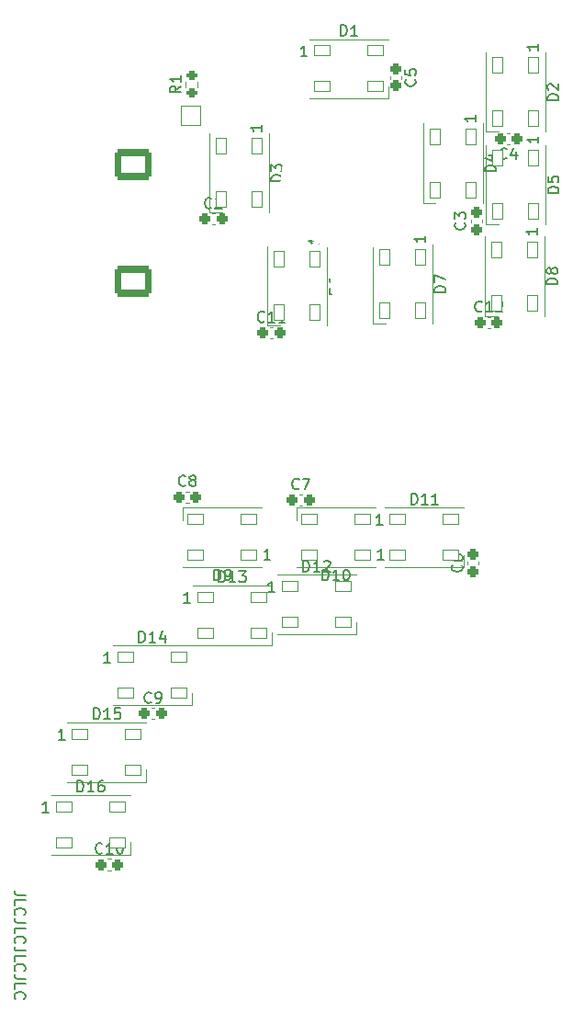
<source format=gbr>
%TF.GenerationSoftware,KiCad,Pcbnew,(6.0.9)*%
%TF.CreationDate,2022-12-26T21:16:00-09:00*%
%TF.ProjectId,PCB_ OBOGS PANEL,5043422c-204f-4424-9f47-532050414e45,rev?*%
%TF.SameCoordinates,Original*%
%TF.FileFunction,Legend,Top*%
%TF.FilePolarity,Positive*%
%FSLAX46Y46*%
G04 Gerber Fmt 4.6, Leading zero omitted, Abs format (unit mm)*
G04 Created by KiCad (PCBNEW (6.0.9)) date 2022-12-26 21:16:00*
%MOMM*%
%LPD*%
G01*
G04 APERTURE LIST*
G04 Aperture macros list*
%AMRoundRect*
0 Rectangle with rounded corners*
0 $1 Rounding radius*
0 $2 $3 $4 $5 $6 $7 $8 $9 X,Y pos of 4 corners*
0 Add a 4 corners polygon primitive as box body*
4,1,4,$2,$3,$4,$5,$6,$7,$8,$9,$2,$3,0*
0 Add four circle primitives for the rounded corners*
1,1,$1+$1,$2,$3*
1,1,$1+$1,$4,$5*
1,1,$1+$1,$6,$7*
1,1,$1+$1,$8,$9*
0 Add four rect primitives between the rounded corners*
20,1,$1+$1,$2,$3,$4,$5,0*
20,1,$1+$1,$4,$5,$6,$7,0*
20,1,$1+$1,$6,$7,$8,$9,0*
20,1,$1+$1,$8,$9,$2,$3,0*%
G04 Aperture macros list end*
%ADD10C,0.150000*%
%ADD11C,0.120000*%
%ADD12RoundRect,0.275000X-0.225000X-0.250000X0.225000X-0.250000X0.225000X0.250000X-0.225000X0.250000X0*%
%ADD13RoundRect,0.275000X0.250000X-0.225000X0.250000X0.225000X-0.250000X0.225000X-0.250000X-0.225000X0*%
%ADD14RoundRect,0.275000X0.225000X0.250000X-0.225000X0.250000X-0.225000X-0.250000X0.225000X-0.250000X0*%
%ADD15RoundRect,0.275000X-0.250000X0.225000X-0.250000X-0.225000X0.250000X-0.225000X0.250000X0.225000X0*%
%ADD16RoundRect,0.050000X-0.750000X-0.450000X0.750000X-0.450000X0.750000X0.450000X-0.750000X0.450000X0*%
%ADD17RoundRect,0.050000X-0.450000X0.750000X-0.450000X-0.750000X0.450000X-0.750000X0.450000X0.750000X0*%
%ADD18RoundRect,0.050000X0.750000X0.450000X-0.750000X0.450000X-0.750000X-0.450000X0.750000X-0.450000X0*%
%ADD19C,12.800000*%
%ADD20C,3.672000*%
%ADD21C,4.600000*%
%ADD22RoundRect,0.250000X0.275000X-0.200000X0.275000X0.200000X-0.275000X0.200000X-0.275000X-0.200000X0*%
%ADD23RoundRect,0.050000X-0.900000X-0.900000X0.900000X-0.900000X0.900000X0.900000X-0.900000X0.900000X0*%
%ADD24C,1.900000*%
%ADD25RoundRect,0.300001X1.399999X-1.099999X1.399999X1.099999X-1.399999X1.099999X-1.399999X-1.099999X0*%
%ADD26O,3.400000X2.800000*%
G04 APERTURE END LIST*
D10*
X160313619Y-120983952D02*
X159599333Y-120983952D01*
X159456476Y-120936333D01*
X159361238Y-120841095D01*
X159313619Y-120698238D01*
X159313619Y-120603000D01*
X159313619Y-121936333D02*
X159313619Y-121460142D01*
X160313619Y-121460142D01*
X159408857Y-122841095D02*
X159361238Y-122793476D01*
X159313619Y-122650619D01*
X159313619Y-122555380D01*
X159361238Y-122412523D01*
X159456476Y-122317285D01*
X159551714Y-122269666D01*
X159742190Y-122222047D01*
X159885047Y-122222047D01*
X160075523Y-122269666D01*
X160170761Y-122317285D01*
X160266000Y-122412523D01*
X160313619Y-122555380D01*
X160313619Y-122650619D01*
X160266000Y-122793476D01*
X160218380Y-122841095D01*
X160313619Y-123555380D02*
X159599333Y-123555380D01*
X159456476Y-123507761D01*
X159361238Y-123412523D01*
X159313619Y-123269666D01*
X159313619Y-123174428D01*
X159313619Y-124507761D02*
X159313619Y-124031571D01*
X160313619Y-124031571D01*
X159408857Y-125412523D02*
X159361238Y-125364904D01*
X159313619Y-125222047D01*
X159313619Y-125126809D01*
X159361238Y-124983952D01*
X159456476Y-124888714D01*
X159551714Y-124841095D01*
X159742190Y-124793476D01*
X159885047Y-124793476D01*
X160075523Y-124841095D01*
X160170761Y-124888714D01*
X160266000Y-124983952D01*
X160313619Y-125126809D01*
X160313619Y-125222047D01*
X160266000Y-125364904D01*
X160218380Y-125412523D01*
X160313619Y-126126809D02*
X159599333Y-126126809D01*
X159456476Y-126079190D01*
X159361238Y-125983952D01*
X159313619Y-125841095D01*
X159313619Y-125745857D01*
X159313619Y-127079190D02*
X159313619Y-126603000D01*
X160313619Y-126603000D01*
X159408857Y-127983952D02*
X159361238Y-127936333D01*
X159313619Y-127793476D01*
X159313619Y-127698238D01*
X159361238Y-127555380D01*
X159456476Y-127460142D01*
X159551714Y-127412523D01*
X159742190Y-127364904D01*
X159885047Y-127364904D01*
X160075523Y-127412523D01*
X160170761Y-127460142D01*
X160266000Y-127555380D01*
X160313619Y-127698238D01*
X160313619Y-127793476D01*
X160266000Y-127936333D01*
X160218380Y-127983952D01*
X160313619Y-128698238D02*
X159599333Y-128698238D01*
X159456476Y-128650619D01*
X159361238Y-128555380D01*
X159313619Y-128412523D01*
X159313619Y-128317285D01*
X159313619Y-129650619D02*
X159313619Y-129174428D01*
X160313619Y-129174428D01*
X159408857Y-130555380D02*
X159361238Y-130507761D01*
X159313619Y-130364904D01*
X159313619Y-130269666D01*
X159361238Y-130126809D01*
X159456476Y-130031571D01*
X159551714Y-129983952D01*
X159742190Y-129936333D01*
X159885047Y-129936333D01*
X160075523Y-129983952D01*
X160170761Y-130031571D01*
X160266000Y-130126809D01*
X160313619Y-130269666D01*
X160313619Y-130364904D01*
X160266000Y-130507761D01*
X160218380Y-130555380D01*
%TO.C,C2*%
X177493633Y-57674802D02*
X177446014Y-57722421D01*
X177303157Y-57770040D01*
X177207919Y-57770040D01*
X177065061Y-57722421D01*
X176969823Y-57627183D01*
X176922204Y-57531945D01*
X176874585Y-57341469D01*
X176874585Y-57198612D01*
X176922204Y-57008136D01*
X176969823Y-56912898D01*
X177065061Y-56817660D01*
X177207919Y-56770040D01*
X177303157Y-56770040D01*
X177446014Y-56817660D01*
X177493633Y-56865279D01*
X177874585Y-56865279D02*
X177922204Y-56817660D01*
X178017442Y-56770040D01*
X178255538Y-56770040D01*
X178350776Y-56817660D01*
X178398395Y-56865279D01*
X178446014Y-56960517D01*
X178446014Y-57055755D01*
X178398395Y-57198612D01*
X177826966Y-57770040D01*
X178446014Y-57770040D01*
%TO.C,C3*%
X200808882Y-59076586D02*
X200856501Y-59124205D01*
X200904120Y-59267062D01*
X200904120Y-59362300D01*
X200856501Y-59505158D01*
X200761263Y-59600396D01*
X200666025Y-59648015D01*
X200475549Y-59695634D01*
X200332692Y-59695634D01*
X200142216Y-59648015D01*
X200046978Y-59600396D01*
X199951740Y-59505158D01*
X199904120Y-59362300D01*
X199904120Y-59267062D01*
X199951740Y-59124205D01*
X199999359Y-59076586D01*
X199904120Y-58743253D02*
X199904120Y-58124205D01*
X200285073Y-58457539D01*
X200285073Y-58314681D01*
X200332692Y-58219443D01*
X200380311Y-58171824D01*
X200475549Y-58124205D01*
X200713644Y-58124205D01*
X200808882Y-58171824D01*
X200856501Y-58219443D01*
X200904120Y-58314681D01*
X200904120Y-58600396D01*
X200856501Y-58695634D01*
X200808882Y-58743253D01*
%TO.C,C4*%
X204694493Y-53102762D02*
X204646874Y-53150381D01*
X204504017Y-53198000D01*
X204408779Y-53198000D01*
X204265921Y-53150381D01*
X204170683Y-53055143D01*
X204123064Y-52959905D01*
X204075445Y-52769429D01*
X204075445Y-52626572D01*
X204123064Y-52436096D01*
X204170683Y-52340858D01*
X204265921Y-52245620D01*
X204408779Y-52198000D01*
X204504017Y-52198000D01*
X204646874Y-52245620D01*
X204694493Y-52293239D01*
X205551636Y-52531334D02*
X205551636Y-53198000D01*
X205313540Y-52150381D02*
X205075445Y-52864667D01*
X205694493Y-52864667D01*
%TO.C,C5*%
X196234302Y-45861566D02*
X196281921Y-45909185D01*
X196329540Y-46052042D01*
X196329540Y-46147280D01*
X196281921Y-46290138D01*
X196186683Y-46385376D01*
X196091445Y-46432995D01*
X195900969Y-46480614D01*
X195758112Y-46480614D01*
X195567636Y-46432995D01*
X195472398Y-46385376D01*
X195377160Y-46290138D01*
X195329540Y-46147280D01*
X195329540Y-46052042D01*
X195377160Y-45909185D01*
X195424779Y-45861566D01*
X195329540Y-44956804D02*
X195329540Y-45432995D01*
X195805731Y-45480614D01*
X195758112Y-45432995D01*
X195710493Y-45337757D01*
X195710493Y-45099661D01*
X195758112Y-45004423D01*
X195805731Y-44956804D01*
X195900969Y-44909185D01*
X196139064Y-44909185D01*
X196234302Y-44956804D01*
X196281921Y-45004423D01*
X196329540Y-45099661D01*
X196329540Y-45337757D01*
X196281921Y-45432995D01*
X196234302Y-45480614D01*
%TO.C,C6*%
X200529482Y-90593506D02*
X200577101Y-90641125D01*
X200624720Y-90783982D01*
X200624720Y-90879220D01*
X200577101Y-91022078D01*
X200481863Y-91117316D01*
X200386625Y-91164935D01*
X200196149Y-91212554D01*
X200053292Y-91212554D01*
X199862816Y-91164935D01*
X199767578Y-91117316D01*
X199672340Y-91022078D01*
X199624720Y-90879220D01*
X199624720Y-90783982D01*
X199672340Y-90641125D01*
X199719959Y-90593506D01*
X199624720Y-89736363D02*
X199624720Y-89926840D01*
X199672340Y-90022078D01*
X199719959Y-90069697D01*
X199862816Y-90164935D01*
X200053292Y-90212554D01*
X200434244Y-90212554D01*
X200529482Y-90164935D01*
X200577101Y-90117316D01*
X200624720Y-90022078D01*
X200624720Y-89831601D01*
X200577101Y-89736363D01*
X200529482Y-89688744D01*
X200434244Y-89641125D01*
X200196149Y-89641125D01*
X200100911Y-89688744D01*
X200053292Y-89736363D01*
X200005673Y-89831601D01*
X200005673Y-90022078D01*
X200053292Y-90117316D01*
X200100911Y-90164935D01*
X200196149Y-90212554D01*
%TO.C,C7*%
X185553053Y-83534542D02*
X185505434Y-83582161D01*
X185362577Y-83629780D01*
X185267339Y-83629780D01*
X185124481Y-83582161D01*
X185029243Y-83486923D01*
X184981624Y-83391685D01*
X184934005Y-83201209D01*
X184934005Y-83058352D01*
X184981624Y-82867876D01*
X185029243Y-82772638D01*
X185124481Y-82677400D01*
X185267339Y-82629780D01*
X185362577Y-82629780D01*
X185505434Y-82677400D01*
X185553053Y-82725019D01*
X185886386Y-82629780D02*
X186553053Y-82629780D01*
X186124481Y-83629780D01*
%TO.C,C8*%
X175072713Y-83250062D02*
X175025094Y-83297681D01*
X174882237Y-83345300D01*
X174786999Y-83345300D01*
X174644141Y-83297681D01*
X174548903Y-83202443D01*
X174501284Y-83107205D01*
X174453665Y-82916729D01*
X174453665Y-82773872D01*
X174501284Y-82583396D01*
X174548903Y-82488158D01*
X174644141Y-82392920D01*
X174786999Y-82345300D01*
X174882237Y-82345300D01*
X175025094Y-82392920D01*
X175072713Y-82440539D01*
X175644141Y-82773872D02*
X175548903Y-82726253D01*
X175501284Y-82678634D01*
X175453665Y-82583396D01*
X175453665Y-82535777D01*
X175501284Y-82440539D01*
X175548903Y-82392920D01*
X175644141Y-82345300D01*
X175834618Y-82345300D01*
X175929856Y-82392920D01*
X175977475Y-82440539D01*
X176025094Y-82535777D01*
X176025094Y-82583396D01*
X175977475Y-82678634D01*
X175929856Y-82726253D01*
X175834618Y-82773872D01*
X175644141Y-82773872D01*
X175548903Y-82821491D01*
X175501284Y-82869110D01*
X175453665Y-82964348D01*
X175453665Y-83154824D01*
X175501284Y-83250062D01*
X175548903Y-83297681D01*
X175644141Y-83345300D01*
X175834618Y-83345300D01*
X175929856Y-83297681D01*
X175977475Y-83250062D01*
X176025094Y-83154824D01*
X176025094Y-82964348D01*
X175977475Y-82869110D01*
X175929856Y-82821491D01*
X175834618Y-82773872D01*
%TO.C,C9*%
X171923113Y-103219542D02*
X171875494Y-103267161D01*
X171732637Y-103314780D01*
X171637399Y-103314780D01*
X171494541Y-103267161D01*
X171399303Y-103171923D01*
X171351684Y-103076685D01*
X171304065Y-102886209D01*
X171304065Y-102743352D01*
X171351684Y-102552876D01*
X171399303Y-102457638D01*
X171494541Y-102362400D01*
X171637399Y-102314780D01*
X171732637Y-102314780D01*
X171875494Y-102362400D01*
X171923113Y-102410019D01*
X172399303Y-103314780D02*
X172589780Y-103314780D01*
X172685018Y-103267161D01*
X172732637Y-103219542D01*
X172827875Y-103076685D01*
X172875494Y-102886209D01*
X172875494Y-102505257D01*
X172827875Y-102410019D01*
X172780256Y-102362400D01*
X172685018Y-102314780D01*
X172494541Y-102314780D01*
X172399303Y-102362400D01*
X172351684Y-102410019D01*
X172304065Y-102505257D01*
X172304065Y-102743352D01*
X172351684Y-102838590D01*
X172399303Y-102886209D01*
X172494541Y-102933828D01*
X172685018Y-102933828D01*
X172780256Y-102886209D01*
X172827875Y-102838590D01*
X172875494Y-102743352D01*
%TO.C,C10*%
X167400702Y-117115882D02*
X167353083Y-117163501D01*
X167210226Y-117211120D01*
X167114988Y-117211120D01*
X166972131Y-117163501D01*
X166876893Y-117068263D01*
X166829274Y-116973025D01*
X166781655Y-116782549D01*
X166781655Y-116639692D01*
X166829274Y-116449216D01*
X166876893Y-116353978D01*
X166972131Y-116258740D01*
X167114988Y-116211120D01*
X167210226Y-116211120D01*
X167353083Y-116258740D01*
X167400702Y-116306359D01*
X168353083Y-117211120D02*
X167781655Y-117211120D01*
X168067369Y-117211120D02*
X168067369Y-116211120D01*
X167972131Y-116353978D01*
X167876893Y-116449216D01*
X167781655Y-116496835D01*
X168972131Y-116211120D02*
X169067369Y-116211120D01*
X169162607Y-116258740D01*
X169210226Y-116306359D01*
X169257845Y-116401597D01*
X169305464Y-116592073D01*
X169305464Y-116830168D01*
X169257845Y-117020644D01*
X169210226Y-117115882D01*
X169162607Y-117163501D01*
X169067369Y-117211120D01*
X168972131Y-117211120D01*
X168876893Y-117163501D01*
X168829274Y-117115882D01*
X168781655Y-117020644D01*
X168734036Y-116830168D01*
X168734036Y-116592073D01*
X168781655Y-116401597D01*
X168829274Y-116306359D01*
X168876893Y-116258740D01*
X168972131Y-116211120D01*
%TO.C,D1*%
X189405904Y-41859580D02*
X189405904Y-40859580D01*
X189644000Y-40859580D01*
X189786857Y-40907200D01*
X189882095Y-41002438D01*
X189929714Y-41097676D01*
X189977333Y-41288152D01*
X189977333Y-41431009D01*
X189929714Y-41621485D01*
X189882095Y-41716723D01*
X189786857Y-41811961D01*
X189644000Y-41859580D01*
X189405904Y-41859580D01*
X190929714Y-41859580D02*
X190358285Y-41859580D01*
X190644000Y-41859580D02*
X190644000Y-40859580D01*
X190548761Y-41002438D01*
X190453523Y-41097676D01*
X190358285Y-41145295D01*
X186279714Y-43759580D02*
X185708285Y-43759580D01*
X185994000Y-43759580D02*
X185994000Y-42759580D01*
X185898761Y-42902438D01*
X185803523Y-42997676D01*
X185708285Y-43045295D01*
%TO.C,D2*%
X209464380Y-47790495D02*
X208464380Y-47790495D01*
X208464380Y-47552400D01*
X208512000Y-47409542D01*
X208607238Y-47314304D01*
X208702476Y-47266685D01*
X208892952Y-47219066D01*
X209035809Y-47219066D01*
X209226285Y-47266685D01*
X209321523Y-47314304D01*
X209416761Y-47409542D01*
X209464380Y-47552400D01*
X209464380Y-47790495D01*
X208559619Y-46838114D02*
X208512000Y-46790495D01*
X208464380Y-46695257D01*
X208464380Y-46457161D01*
X208512000Y-46361923D01*
X208559619Y-46314304D01*
X208654857Y-46266685D01*
X208750095Y-46266685D01*
X208892952Y-46314304D01*
X209464380Y-46885733D01*
X209464380Y-46266685D01*
X207564380Y-42616685D02*
X207564380Y-43188114D01*
X207564380Y-42902400D02*
X206564380Y-42902400D01*
X206707238Y-42997638D01*
X206802476Y-43092876D01*
X206850095Y-43188114D01*
%TO.C,D3*%
X183987380Y-55246495D02*
X182987380Y-55246495D01*
X182987380Y-55008400D01*
X183035000Y-54865542D01*
X183130238Y-54770304D01*
X183225476Y-54722685D01*
X183415952Y-54675066D01*
X183558809Y-54675066D01*
X183749285Y-54722685D01*
X183844523Y-54770304D01*
X183939761Y-54865542D01*
X183987380Y-55008400D01*
X183987380Y-55246495D01*
X182987380Y-54341733D02*
X182987380Y-53722685D01*
X183368333Y-54056019D01*
X183368333Y-53913161D01*
X183415952Y-53817923D01*
X183463571Y-53770304D01*
X183558809Y-53722685D01*
X183796904Y-53722685D01*
X183892142Y-53770304D01*
X183939761Y-53817923D01*
X183987380Y-53913161D01*
X183987380Y-54198876D01*
X183939761Y-54294114D01*
X183892142Y-54341733D01*
X182087380Y-50072685D02*
X182087380Y-50644114D01*
X182087380Y-50358400D02*
X181087380Y-50358400D01*
X181230238Y-50453638D01*
X181325476Y-50548876D01*
X181373095Y-50644114D01*
%TO.C,D4*%
X203698380Y-54332095D02*
X202698380Y-54332095D01*
X202698380Y-54094000D01*
X202746000Y-53951142D01*
X202841238Y-53855904D01*
X202936476Y-53808285D01*
X203126952Y-53760666D01*
X203269809Y-53760666D01*
X203460285Y-53808285D01*
X203555523Y-53855904D01*
X203650761Y-53951142D01*
X203698380Y-54094000D01*
X203698380Y-54332095D01*
X203031714Y-52903523D02*
X203698380Y-52903523D01*
X202650761Y-53141619D02*
X203365047Y-53379714D01*
X203365047Y-52760666D01*
X201798380Y-49158285D02*
X201798380Y-49729714D01*
X201798380Y-49444000D02*
X200798380Y-49444000D01*
X200941238Y-49539238D01*
X201036476Y-49634476D01*
X201084095Y-49729714D01*
%TO.C,D5*%
X209489380Y-56313295D02*
X208489380Y-56313295D01*
X208489380Y-56075200D01*
X208537000Y-55932342D01*
X208632238Y-55837104D01*
X208727476Y-55789485D01*
X208917952Y-55741866D01*
X209060809Y-55741866D01*
X209251285Y-55789485D01*
X209346523Y-55837104D01*
X209441761Y-55932342D01*
X209489380Y-56075200D01*
X209489380Y-56313295D01*
X208489380Y-54837104D02*
X208489380Y-55313295D01*
X208965571Y-55360914D01*
X208917952Y-55313295D01*
X208870333Y-55218057D01*
X208870333Y-54979961D01*
X208917952Y-54884723D01*
X208965571Y-54837104D01*
X209060809Y-54789485D01*
X209298904Y-54789485D01*
X209394142Y-54837104D01*
X209441761Y-54884723D01*
X209489380Y-54979961D01*
X209489380Y-55218057D01*
X209441761Y-55313295D01*
X209394142Y-55360914D01*
X207589380Y-51139485D02*
X207589380Y-51710914D01*
X207589380Y-51425200D02*
X206589380Y-51425200D01*
X206732238Y-51520438D01*
X206827476Y-51615676D01*
X206875095Y-51710914D01*
%TO.C,D6*%
X189347380Y-65621295D02*
X188347380Y-65621295D01*
X188347380Y-65383200D01*
X188395000Y-65240342D01*
X188490238Y-65145104D01*
X188585476Y-65097485D01*
X188775952Y-65049866D01*
X188918809Y-65049866D01*
X189109285Y-65097485D01*
X189204523Y-65145104D01*
X189299761Y-65240342D01*
X189347380Y-65383200D01*
X189347380Y-65621295D01*
X188347380Y-64192723D02*
X188347380Y-64383200D01*
X188395000Y-64478438D01*
X188442619Y-64526057D01*
X188585476Y-64621295D01*
X188775952Y-64668914D01*
X189156904Y-64668914D01*
X189252142Y-64621295D01*
X189299761Y-64573676D01*
X189347380Y-64478438D01*
X189347380Y-64287961D01*
X189299761Y-64192723D01*
X189252142Y-64145104D01*
X189156904Y-64097485D01*
X188918809Y-64097485D01*
X188823571Y-64145104D01*
X188775952Y-64192723D01*
X188728333Y-64287961D01*
X188728333Y-64478438D01*
X188775952Y-64573676D01*
X188823571Y-64621295D01*
X188918809Y-64668914D01*
X187447380Y-60447485D02*
X187447380Y-61018914D01*
X187447380Y-60733200D02*
X186447380Y-60733200D01*
X186590238Y-60828438D01*
X186685476Y-60923676D01*
X186733095Y-61018914D01*
%TO.C,D7*%
X199050380Y-65468895D02*
X198050380Y-65468895D01*
X198050380Y-65230800D01*
X198098000Y-65087942D01*
X198193238Y-64992704D01*
X198288476Y-64945085D01*
X198478952Y-64897466D01*
X198621809Y-64897466D01*
X198812285Y-64945085D01*
X198907523Y-64992704D01*
X199002761Y-65087942D01*
X199050380Y-65230800D01*
X199050380Y-65468895D01*
X198050380Y-64564133D02*
X198050380Y-63897466D01*
X199050380Y-64326038D01*
X197150380Y-60295085D02*
X197150380Y-60866514D01*
X197150380Y-60580800D02*
X196150380Y-60580800D01*
X196293238Y-60676038D01*
X196388476Y-60771276D01*
X196436095Y-60866514D01*
%TO.C,D8*%
X209387380Y-64746095D02*
X208387380Y-64746095D01*
X208387380Y-64508000D01*
X208435000Y-64365142D01*
X208530238Y-64269904D01*
X208625476Y-64222285D01*
X208815952Y-64174666D01*
X208958809Y-64174666D01*
X209149285Y-64222285D01*
X209244523Y-64269904D01*
X209339761Y-64365142D01*
X209387380Y-64508000D01*
X209387380Y-64746095D01*
X208815952Y-63603238D02*
X208768333Y-63698476D01*
X208720714Y-63746095D01*
X208625476Y-63793714D01*
X208577857Y-63793714D01*
X208482619Y-63746095D01*
X208435000Y-63698476D01*
X208387380Y-63603238D01*
X208387380Y-63412761D01*
X208435000Y-63317523D01*
X208482619Y-63269904D01*
X208577857Y-63222285D01*
X208625476Y-63222285D01*
X208720714Y-63269904D01*
X208768333Y-63317523D01*
X208815952Y-63412761D01*
X208815952Y-63603238D01*
X208863571Y-63698476D01*
X208911190Y-63746095D01*
X209006428Y-63793714D01*
X209196904Y-63793714D01*
X209292142Y-63746095D01*
X209339761Y-63698476D01*
X209387380Y-63603238D01*
X209387380Y-63412761D01*
X209339761Y-63317523D01*
X209292142Y-63269904D01*
X209196904Y-63222285D01*
X209006428Y-63222285D01*
X208911190Y-63269904D01*
X208863571Y-63317523D01*
X208815952Y-63412761D01*
X207487380Y-59572285D02*
X207487380Y-60143714D01*
X207487380Y-59858000D02*
X206487380Y-59858000D01*
X206630238Y-59953238D01*
X206725476Y-60048476D01*
X206773095Y-60143714D01*
%TO.C,D9*%
X177733904Y-92013980D02*
X177733904Y-91013980D01*
X177972000Y-91013980D01*
X178114857Y-91061600D01*
X178210095Y-91156838D01*
X178257714Y-91252076D01*
X178305333Y-91442552D01*
X178305333Y-91585409D01*
X178257714Y-91775885D01*
X178210095Y-91871123D01*
X178114857Y-91966361D01*
X177972000Y-92013980D01*
X177733904Y-92013980D01*
X178781523Y-92013980D02*
X178972000Y-92013980D01*
X179067238Y-91966361D01*
X179114857Y-91918742D01*
X179210095Y-91775885D01*
X179257714Y-91585409D01*
X179257714Y-91204457D01*
X179210095Y-91109219D01*
X179162476Y-91061600D01*
X179067238Y-91013980D01*
X178876761Y-91013980D01*
X178781523Y-91061600D01*
X178733904Y-91109219D01*
X178686285Y-91204457D01*
X178686285Y-91442552D01*
X178733904Y-91537790D01*
X178781523Y-91585409D01*
X178876761Y-91633028D01*
X179067238Y-91633028D01*
X179162476Y-91585409D01*
X179210095Y-91537790D01*
X179257714Y-91442552D01*
X182907714Y-90113980D02*
X182336285Y-90113980D01*
X182622000Y-90113980D02*
X182622000Y-89113980D01*
X182526761Y-89256838D01*
X182431523Y-89352076D01*
X182336285Y-89399695D01*
%TO.C,D10*%
X187722714Y-92013980D02*
X187722714Y-91013980D01*
X187960809Y-91013980D01*
X188103666Y-91061600D01*
X188198904Y-91156838D01*
X188246523Y-91252076D01*
X188294142Y-91442552D01*
X188294142Y-91585409D01*
X188246523Y-91775885D01*
X188198904Y-91871123D01*
X188103666Y-91966361D01*
X187960809Y-92013980D01*
X187722714Y-92013980D01*
X189246523Y-92013980D02*
X188675095Y-92013980D01*
X188960809Y-92013980D02*
X188960809Y-91013980D01*
X188865571Y-91156838D01*
X188770333Y-91252076D01*
X188675095Y-91299695D01*
X189865571Y-91013980D02*
X189960809Y-91013980D01*
X190056047Y-91061600D01*
X190103666Y-91109219D01*
X190151285Y-91204457D01*
X190198904Y-91394933D01*
X190198904Y-91633028D01*
X190151285Y-91823504D01*
X190103666Y-91918742D01*
X190056047Y-91966361D01*
X189960809Y-92013980D01*
X189865571Y-92013980D01*
X189770333Y-91966361D01*
X189722714Y-91918742D01*
X189675095Y-91823504D01*
X189627476Y-91633028D01*
X189627476Y-91394933D01*
X189675095Y-91204457D01*
X189722714Y-91109219D01*
X189770333Y-91061600D01*
X189865571Y-91013980D01*
X193372714Y-90113980D02*
X192801285Y-90113980D01*
X193087000Y-90113980D02*
X193087000Y-89113980D01*
X192991761Y-89256838D01*
X192896523Y-89352076D01*
X192801285Y-89399695D01*
%TO.C,D11*%
X195901714Y-85013980D02*
X195901714Y-84013980D01*
X196139809Y-84013980D01*
X196282666Y-84061600D01*
X196377904Y-84156838D01*
X196425523Y-84252076D01*
X196473142Y-84442552D01*
X196473142Y-84585409D01*
X196425523Y-84775885D01*
X196377904Y-84871123D01*
X196282666Y-84966361D01*
X196139809Y-85013980D01*
X195901714Y-85013980D01*
X197425523Y-85013980D02*
X196854095Y-85013980D01*
X197139809Y-85013980D02*
X197139809Y-84013980D01*
X197044571Y-84156838D01*
X196949333Y-84252076D01*
X196854095Y-84299695D01*
X198377904Y-85013980D02*
X197806476Y-85013980D01*
X198092190Y-85013980D02*
X198092190Y-84013980D01*
X197996952Y-84156838D01*
X197901714Y-84252076D01*
X197806476Y-84299695D01*
X193251714Y-86913980D02*
X192680285Y-86913980D01*
X192966000Y-86913980D02*
X192966000Y-85913980D01*
X192870761Y-86056838D01*
X192775523Y-86152076D01*
X192680285Y-86199695D01*
%TO.C,D13*%
X178171714Y-92176780D02*
X178171714Y-91176780D01*
X178409809Y-91176780D01*
X178552666Y-91224400D01*
X178647904Y-91319638D01*
X178695523Y-91414876D01*
X178743142Y-91605352D01*
X178743142Y-91748209D01*
X178695523Y-91938685D01*
X178647904Y-92033923D01*
X178552666Y-92129161D01*
X178409809Y-92176780D01*
X178171714Y-92176780D01*
X179695523Y-92176780D02*
X179124095Y-92176780D01*
X179409809Y-92176780D02*
X179409809Y-91176780D01*
X179314571Y-91319638D01*
X179219333Y-91414876D01*
X179124095Y-91462495D01*
X180028857Y-91176780D02*
X180647904Y-91176780D01*
X180314571Y-91557733D01*
X180457428Y-91557733D01*
X180552666Y-91605352D01*
X180600285Y-91652971D01*
X180647904Y-91748209D01*
X180647904Y-91986304D01*
X180600285Y-92081542D01*
X180552666Y-92129161D01*
X180457428Y-92176780D01*
X180171714Y-92176780D01*
X180076476Y-92129161D01*
X180028857Y-92081542D01*
X175521714Y-94076780D02*
X174950285Y-94076780D01*
X175236000Y-94076780D02*
X175236000Y-93076780D01*
X175140761Y-93219638D01*
X175045523Y-93314876D01*
X174950285Y-93362495D01*
%TO.C,D14*%
X170805714Y-97714380D02*
X170805714Y-96714380D01*
X171043809Y-96714380D01*
X171186666Y-96762000D01*
X171281904Y-96857238D01*
X171329523Y-96952476D01*
X171377142Y-97142952D01*
X171377142Y-97285809D01*
X171329523Y-97476285D01*
X171281904Y-97571523D01*
X171186666Y-97666761D01*
X171043809Y-97714380D01*
X170805714Y-97714380D01*
X172329523Y-97714380D02*
X171758095Y-97714380D01*
X172043809Y-97714380D02*
X172043809Y-96714380D01*
X171948571Y-96857238D01*
X171853333Y-96952476D01*
X171758095Y-97000095D01*
X173186666Y-97047714D02*
X173186666Y-97714380D01*
X172948571Y-96666761D02*
X172710476Y-97381047D01*
X173329523Y-97381047D01*
X168155714Y-99614380D02*
X167584285Y-99614380D01*
X167870000Y-99614380D02*
X167870000Y-98614380D01*
X167774761Y-98757238D01*
X167679523Y-98852476D01*
X167584285Y-98900095D01*
%TO.C,D15*%
X166617714Y-104775380D02*
X166617714Y-103775380D01*
X166855809Y-103775380D01*
X166998666Y-103823000D01*
X167093904Y-103918238D01*
X167141523Y-104013476D01*
X167189142Y-104203952D01*
X167189142Y-104346809D01*
X167141523Y-104537285D01*
X167093904Y-104632523D01*
X166998666Y-104727761D01*
X166855809Y-104775380D01*
X166617714Y-104775380D01*
X168141523Y-104775380D02*
X167570095Y-104775380D01*
X167855809Y-104775380D02*
X167855809Y-103775380D01*
X167760571Y-103918238D01*
X167665333Y-104013476D01*
X167570095Y-104061095D01*
X169046285Y-103775380D02*
X168570095Y-103775380D01*
X168522476Y-104251571D01*
X168570095Y-104203952D01*
X168665333Y-104156333D01*
X168903428Y-104156333D01*
X168998666Y-104203952D01*
X169046285Y-104251571D01*
X169093904Y-104346809D01*
X169093904Y-104584904D01*
X169046285Y-104680142D01*
X168998666Y-104727761D01*
X168903428Y-104775380D01*
X168665333Y-104775380D01*
X168570095Y-104727761D01*
X168522476Y-104680142D01*
X163967714Y-106675380D02*
X163396285Y-106675380D01*
X163682000Y-106675380D02*
X163682000Y-105675380D01*
X163586761Y-105818238D01*
X163491523Y-105913476D01*
X163396285Y-105961095D01*
%TO.C,D16*%
X165116714Y-111480380D02*
X165116714Y-110480380D01*
X165354809Y-110480380D01*
X165497666Y-110528000D01*
X165592904Y-110623238D01*
X165640523Y-110718476D01*
X165688142Y-110908952D01*
X165688142Y-111051809D01*
X165640523Y-111242285D01*
X165592904Y-111337523D01*
X165497666Y-111432761D01*
X165354809Y-111480380D01*
X165116714Y-111480380D01*
X166640523Y-111480380D02*
X166069095Y-111480380D01*
X166354809Y-111480380D02*
X166354809Y-110480380D01*
X166259571Y-110623238D01*
X166164333Y-110718476D01*
X166069095Y-110766095D01*
X167497666Y-110480380D02*
X167307190Y-110480380D01*
X167211952Y-110528000D01*
X167164333Y-110575619D01*
X167069095Y-110718476D01*
X167021476Y-110908952D01*
X167021476Y-111289904D01*
X167069095Y-111385142D01*
X167116714Y-111432761D01*
X167211952Y-111480380D01*
X167402428Y-111480380D01*
X167497666Y-111432761D01*
X167545285Y-111385142D01*
X167592904Y-111289904D01*
X167592904Y-111051809D01*
X167545285Y-110956571D01*
X167497666Y-110908952D01*
X167402428Y-110861333D01*
X167211952Y-110861333D01*
X167116714Y-110908952D01*
X167069095Y-110956571D01*
X167021476Y-111051809D01*
X162466714Y-113380380D02*
X161895285Y-113380380D01*
X162181000Y-113380380D02*
X162181000Y-112380380D01*
X162085761Y-112523238D01*
X161990523Y-112618476D01*
X161895285Y-112666095D01*
%TO.C,D12*%
X185944714Y-91211580D02*
X185944714Y-90211580D01*
X186182809Y-90211580D01*
X186325666Y-90259200D01*
X186420904Y-90354438D01*
X186468523Y-90449676D01*
X186516142Y-90640152D01*
X186516142Y-90783009D01*
X186468523Y-90973485D01*
X186420904Y-91068723D01*
X186325666Y-91163961D01*
X186182809Y-91211580D01*
X185944714Y-91211580D01*
X187468523Y-91211580D02*
X186897095Y-91211580D01*
X187182809Y-91211580D02*
X187182809Y-90211580D01*
X187087571Y-90354438D01*
X186992333Y-90449676D01*
X186897095Y-90497295D01*
X187849476Y-90306819D02*
X187897095Y-90259200D01*
X187992333Y-90211580D01*
X188230428Y-90211580D01*
X188325666Y-90259200D01*
X188373285Y-90306819D01*
X188420904Y-90402057D01*
X188420904Y-90497295D01*
X188373285Y-90640152D01*
X187801857Y-91211580D01*
X188420904Y-91211580D01*
X183294714Y-93111580D02*
X182723285Y-93111580D01*
X183009000Y-93111580D02*
X183009000Y-92111580D01*
X182913761Y-92254438D01*
X182818523Y-92349676D01*
X182723285Y-92397295D01*
%TO.C,1*%
X190564871Y-56264447D02*
X189993442Y-56264447D01*
X190279157Y-56264447D02*
X190279157Y-55264447D01*
X190183918Y-55407305D01*
X190088680Y-55502543D01*
X189993442Y-55550162D01*
%TO.C,C11*%
X182348802Y-68147222D02*
X182301183Y-68194841D01*
X182158326Y-68242460D01*
X182063088Y-68242460D01*
X181920231Y-68194841D01*
X181824993Y-68099603D01*
X181777374Y-68004365D01*
X181729755Y-67813889D01*
X181729755Y-67671032D01*
X181777374Y-67480556D01*
X181824993Y-67385318D01*
X181920231Y-67290080D01*
X182063088Y-67242460D01*
X182158326Y-67242460D01*
X182301183Y-67290080D01*
X182348802Y-67337699D01*
X183301183Y-68242460D02*
X182729755Y-68242460D01*
X183015469Y-68242460D02*
X183015469Y-67242460D01*
X182920231Y-67385318D01*
X182824993Y-67480556D01*
X182729755Y-67528175D01*
X184253564Y-68242460D02*
X183682136Y-68242460D01*
X183967850Y-68242460D02*
X183967850Y-67242460D01*
X183872612Y-67385318D01*
X183777374Y-67480556D01*
X183682136Y-67528175D01*
%TO.C,C12*%
X202404842Y-67194722D02*
X202357223Y-67242341D01*
X202214366Y-67289960D01*
X202119128Y-67289960D01*
X201976271Y-67242341D01*
X201881033Y-67147103D01*
X201833414Y-67051865D01*
X201785795Y-66861389D01*
X201785795Y-66718532D01*
X201833414Y-66528056D01*
X201881033Y-66432818D01*
X201976271Y-66337580D01*
X202119128Y-66289960D01*
X202214366Y-66289960D01*
X202357223Y-66337580D01*
X202404842Y-66385199D01*
X203357223Y-67289960D02*
X202785795Y-67289960D01*
X203071509Y-67289960D02*
X203071509Y-66289960D01*
X202976271Y-66432818D01*
X202881033Y-66528056D01*
X202785795Y-66575675D01*
X203738176Y-66385199D02*
X203785795Y-66337580D01*
X203881033Y-66289960D01*
X204119128Y-66289960D01*
X204214366Y-66337580D01*
X204261985Y-66385199D01*
X204309604Y-66480437D01*
X204309604Y-66575675D01*
X204261985Y-66718532D01*
X203690557Y-67289960D01*
X204309604Y-67289960D01*
%TO.C,R1*%
X174658300Y-46493226D02*
X174182110Y-46826560D01*
X174658300Y-47064655D02*
X173658300Y-47064655D01*
X173658300Y-46683702D01*
X173705920Y-46588464D01*
X173753539Y-46540845D01*
X173848777Y-46493226D01*
X173991634Y-46493226D01*
X174086872Y-46540845D01*
X174134491Y-46588464D01*
X174182110Y-46683702D01*
X174182110Y-47064655D01*
X174658300Y-45540845D02*
X174658300Y-46112274D01*
X174658300Y-45826560D02*
X173658300Y-45826560D01*
X173801158Y-45921798D01*
X173896396Y-46017036D01*
X173944015Y-46112274D01*
D11*
%TO.C,C2*%
X177519720Y-59257660D02*
X177800880Y-59257660D01*
X177519720Y-58237660D02*
X177800880Y-58237660D01*
%TO.C,C3*%
X201371740Y-59050500D02*
X201371740Y-58769340D01*
X202391740Y-59050500D02*
X202391740Y-58769340D01*
%TO.C,C4*%
X205001740Y-50805620D02*
X204720580Y-50805620D01*
X205001740Y-51825620D02*
X204720580Y-51825620D01*
%TO.C,C5*%
X193937160Y-45554320D02*
X193937160Y-45835480D01*
X194957160Y-45554320D02*
X194957160Y-45835480D01*
%TO.C,C6*%
X202112340Y-90567420D02*
X202112340Y-90286260D01*
X201092340Y-90567420D02*
X201092340Y-90286260D01*
%TO.C,C7*%
X185579140Y-85117400D02*
X185860300Y-85117400D01*
X185579140Y-84097400D02*
X185860300Y-84097400D01*
%TO.C,C8*%
X175098800Y-83812920D02*
X175379960Y-83812920D01*
X175098800Y-84832920D02*
X175379960Y-84832920D01*
%TO.C,C9*%
X171949200Y-103782400D02*
X172230360Y-103782400D01*
X171949200Y-104802400D02*
X172230360Y-104802400D01*
%TO.C,C10*%
X167902980Y-118698740D02*
X168184140Y-118698740D01*
X167902980Y-117678740D02*
X168184140Y-117678740D01*
%TO.C,D1*%
X186494000Y-47657200D02*
X193794000Y-47657200D01*
X193794000Y-47657200D02*
X193794000Y-46507200D01*
X186494000Y-42157200D02*
X193794000Y-42157200D01*
%TO.C,D2*%
X202762000Y-43402400D02*
X202762000Y-50702400D01*
X208262000Y-43402400D02*
X208262000Y-50702400D01*
X202762000Y-50702400D02*
X203912000Y-50702400D01*
%TO.C,D3*%
X177285000Y-50858400D02*
X177285000Y-58158400D01*
X177285000Y-58158400D02*
X178435000Y-58158400D01*
X182785000Y-50858400D02*
X182785000Y-58158400D01*
%TO.C,D4*%
X196996000Y-57244000D02*
X198146000Y-57244000D01*
X196996000Y-49944000D02*
X196996000Y-57244000D01*
X202496000Y-49944000D02*
X202496000Y-57244000D01*
%TO.C,D5*%
X202787000Y-59225200D02*
X203937000Y-59225200D01*
X202787000Y-51925200D02*
X202787000Y-59225200D01*
X208287000Y-51925200D02*
X208287000Y-59225200D01*
%TO.C,D6*%
X182645000Y-61233200D02*
X182645000Y-68533200D01*
X188145000Y-61233200D02*
X188145000Y-68533200D01*
X182645000Y-68533200D02*
X183795000Y-68533200D01*
%TO.C,D7*%
X192348000Y-61080800D02*
X192348000Y-68380800D01*
X192348000Y-68380800D02*
X193498000Y-68380800D01*
X197848000Y-61080800D02*
X197848000Y-68380800D01*
%TO.C,D8*%
X202685000Y-60358000D02*
X202685000Y-67658000D01*
X208185000Y-60358000D02*
X208185000Y-67658000D01*
X202685000Y-67658000D02*
X203835000Y-67658000D01*
%TO.C,D9*%
X182122000Y-90811600D02*
X174822000Y-90811600D01*
X174822000Y-85311600D02*
X174822000Y-86461600D01*
X182122000Y-85311600D02*
X174822000Y-85311600D01*
%TO.C,D10*%
X185287000Y-85311600D02*
X185287000Y-86461600D01*
X192587000Y-85311600D02*
X185287000Y-85311600D01*
X192587000Y-90811600D02*
X185287000Y-90811600D01*
%TO.C,D11*%
X200766000Y-90811600D02*
X200766000Y-89661600D01*
X193466000Y-90811600D02*
X200766000Y-90811600D01*
X193466000Y-85311600D02*
X200766000Y-85311600D01*
%TO.C,D13*%
X175736000Y-92474400D02*
X183036000Y-92474400D01*
X183036000Y-97974400D02*
X183036000Y-96824400D01*
X175736000Y-97974400D02*
X183036000Y-97974400D01*
%TO.C,D14*%
X175670000Y-103512000D02*
X175670000Y-102362000D01*
X168370000Y-98012000D02*
X175670000Y-98012000D01*
X168370000Y-103512000D02*
X175670000Y-103512000D01*
%TO.C,D15*%
X164182000Y-110573000D02*
X171482000Y-110573000D01*
X164182000Y-105073000D02*
X171482000Y-105073000D01*
X171482000Y-110573000D02*
X171482000Y-109423000D01*
%TO.C,D16*%
X169981000Y-117278000D02*
X169981000Y-116128000D01*
X162681000Y-117278000D02*
X169981000Y-117278000D01*
X162681000Y-111778000D02*
X169981000Y-111778000D01*
%TO.C,D12*%
X190809000Y-97009200D02*
X190809000Y-95859200D01*
X183509000Y-97009200D02*
X190809000Y-97009200D01*
X183509000Y-91509200D02*
X190809000Y-91509200D01*
%TO.C,C11*%
X182851080Y-69730080D02*
X183132240Y-69730080D01*
X182851080Y-68710080D02*
X183132240Y-68710080D01*
%TO.C,C12*%
X202907120Y-67757580D02*
X203188280Y-67757580D01*
X202907120Y-68777580D02*
X203188280Y-68777580D01*
%TO.C,R1*%
X176158420Y-46563818D02*
X176158420Y-46089302D01*
X175113420Y-46563818D02*
X175113420Y-46089302D01*
%TD*%
%LPC*%
D12*
%TO.C,C2*%
X176885300Y-58747660D03*
X178435300Y-58747660D03*
%TD*%
D13*
%TO.C,C3*%
X201881740Y-59684920D03*
X201881740Y-58134920D03*
%TD*%
D14*
%TO.C,C4*%
X205636160Y-51315620D03*
X204086160Y-51315620D03*
%TD*%
D15*
%TO.C,C5*%
X194447160Y-44919900D03*
X194447160Y-46469900D03*
%TD*%
D13*
%TO.C,C6*%
X201602340Y-91201840D03*
X201602340Y-89651840D03*
%TD*%
D12*
%TO.C,C7*%
X184944720Y-84607400D03*
X186494720Y-84607400D03*
%TD*%
%TO.C,C8*%
X174464380Y-84322920D03*
X176014380Y-84322920D03*
%TD*%
%TO.C,C9*%
X171314780Y-104292400D03*
X172864780Y-104292400D03*
%TD*%
%TO.C,C10*%
X167268560Y-118188740D03*
X168818560Y-118188740D03*
%TD*%
D16*
%TO.C,D1*%
X187694000Y-43257200D03*
X187694000Y-46557200D03*
X192594000Y-46557200D03*
X192594000Y-43257200D03*
%TD*%
D17*
%TO.C,D2*%
X207162000Y-44602400D03*
X203862000Y-44602400D03*
X203862000Y-49502400D03*
X207162000Y-49502400D03*
%TD*%
%TO.C,D3*%
X181685000Y-52058400D03*
X178385000Y-52058400D03*
X178385000Y-56958400D03*
X181685000Y-56958400D03*
%TD*%
%TO.C,D4*%
X201396000Y-51144000D03*
X198096000Y-51144000D03*
X198096000Y-56044000D03*
X201396000Y-56044000D03*
%TD*%
%TO.C,D5*%
X207187000Y-53125200D03*
X203887000Y-53125200D03*
X203887000Y-58025200D03*
X207187000Y-58025200D03*
%TD*%
%TO.C,D6*%
X187045000Y-62433200D03*
X183745000Y-62433200D03*
X183745000Y-67333200D03*
X187045000Y-67333200D03*
%TD*%
%TO.C,D7*%
X196748000Y-62280800D03*
X193448000Y-62280800D03*
X193448000Y-67180800D03*
X196748000Y-67180800D03*
%TD*%
%TO.C,D8*%
X207085000Y-61558000D03*
X203785000Y-61558000D03*
X203785000Y-66458000D03*
X207085000Y-66458000D03*
%TD*%
D18*
%TO.C,D9*%
X180922000Y-89711600D03*
X180922000Y-86411600D03*
X176022000Y-86411600D03*
X176022000Y-89711600D03*
%TD*%
%TO.C,D10*%
X191387000Y-89711600D03*
X191387000Y-86411600D03*
X186487000Y-86411600D03*
X186487000Y-89711600D03*
%TD*%
D16*
%TO.C,D11*%
X194666000Y-86411600D03*
X194666000Y-89711600D03*
X199566000Y-89711600D03*
X199566000Y-86411600D03*
%TD*%
%TO.C,D13*%
X176936000Y-93574400D03*
X176936000Y-96874400D03*
X181836000Y-96874400D03*
X181836000Y-93574400D03*
%TD*%
%TO.C,D14*%
X169570000Y-99112000D03*
X169570000Y-102412000D03*
X174470000Y-102412000D03*
X174470000Y-99112000D03*
%TD*%
%TO.C,D15*%
X165382000Y-106173000D03*
X165382000Y-109473000D03*
X170282000Y-109473000D03*
X170282000Y-106173000D03*
%TD*%
%TO.C,D16*%
X163881000Y-112878000D03*
X163881000Y-116178000D03*
X168781000Y-116178000D03*
X168781000Y-112878000D03*
%TD*%
%TO.C,D12*%
X184709000Y-92609200D03*
X184709000Y-95909200D03*
X189609000Y-95909200D03*
X189609000Y-92609200D03*
%TD*%
D19*
%TO.C,1*%
X190279157Y-55312067D03*
X190279157Y-55312067D03*
D20*
X190279157Y-64837067D03*
%TD*%
D21*
%TO.C,2*%
X196121157Y-74108067D03*
%TD*%
%TO.C,3*%
X165006157Y-123447567D03*
%TD*%
D12*
%TO.C,C11*%
X182216660Y-69220080D03*
X183766660Y-69220080D03*
%TD*%
%TO.C,C12*%
X202272700Y-68267580D03*
X203822700Y-68267580D03*
%TD*%
D22*
%TO.C,R1*%
X175635920Y-47151560D03*
X175635920Y-45501560D03*
%TD*%
D23*
%TO.C,D17*%
X175613060Y-49209960D03*
D24*
X178153060Y-49209960D03*
%TD*%
D25*
%TO.C,J1*%
X170251120Y-53695600D03*
D26*
X170251120Y-49495600D03*
X164751120Y-53695600D03*
X164751120Y-49495600D03*
%TD*%
D25*
%TO.C,J2*%
X170266360Y-64475360D03*
D26*
X170266360Y-60275360D03*
X164766360Y-64475360D03*
X164766360Y-60275360D03*
%TD*%
M02*

</source>
